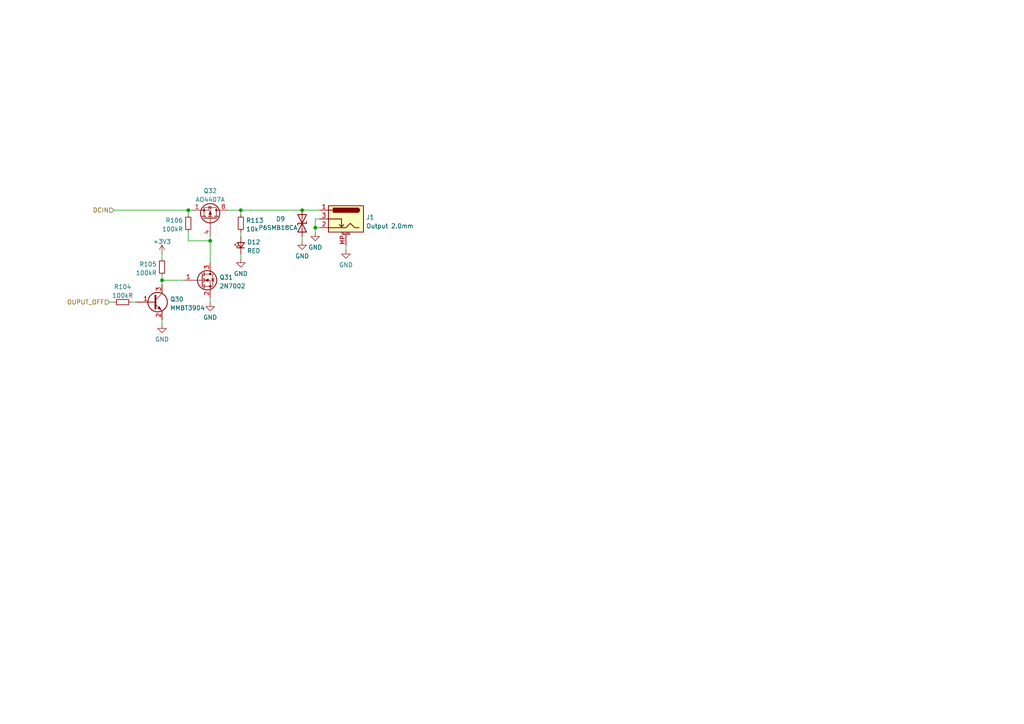
<source format=kicad_sch>
(kicad_sch (version 20211123) (generator eeschema)
  (paper "A4")
  (lib_symbols
    (symbol "Connector:Barrel_Jack_Switch_MountingPin" (pin_names hide)
      (property "Reference" "J" (at 0 5.334 0))
      (property "Value" "Barrel_Jack_Switch_MountingPin" (at 1.27 -6.35 0))
      (symbol "Barrel_Jack_Switch_MountingPin_0_1"
        (rectangle (start -5.08 3.81) (end 5.08 -3.81) (stroke (width 0.254)) (fill (type background)))
        (arc (start -3.302 3.175) (mid -3.937 2.54) (end -3.302 1.905) (stroke (width 0.254)))
        (arc (start -3.302 3.175) (mid -3.937 2.54) (end -3.302 1.905) (stroke (width 0.254)) (fill (type outline)))
        (polyline (pts (xy 1.27 -2.286) (xy 1.905 -1.651)) (stroke (width 0.254)))
        (polyline (pts (xy 5.08 2.54) (xy 3.81 2.54)) (stroke (width 0.254)))
        (polyline (pts (xy 5.08 0) (xy 1.27 0) (xy 1.27 -2.286) (xy 0.635 -1.651)) (stroke (width 0.254)))
        (polyline (pts (xy -3.81 -2.54) (xy -2.54 -2.54) (xy -1.27 -1.27) (xy 0 -2.54) (xy 2.54 -2.54) (xy 5.08 -2.54)) (stroke (width 0.254)))
        (rectangle (start 3.683 3.175) (end -3.302 1.905) (stroke (width 0.254)) (fill (type outline)))
      )
      (symbol "Barrel_Jack_Switch_MountingPin_1_1"
        (polyline (pts (xy -1.016 -4.572) (xy 1.016 -4.572)) (stroke (width 0.1524)))
        (text "Mounting" (at 0 -4.191 0) (effects (font (size 0.381 0.381))))
        (pin passive line (at 7.62 2.54 180) (length 2.54) (name "~") (number "1"))
        (pin passive line (at 7.62 -2.54 180) (length 2.54) (name "~") (number "2"))
        (pin passive line (at 7.62 0 180) (length 2.54) (name "~") (number "3"))
        (pin passive line (at 0 -7.62 90) (length 3.048) (name "MountPin") (number "MP"))
      )
    )
    (symbol "Device:D_TVS" (pin_numbers hide) (pin_names (offset 1.016) hide)
      (property "Reference" "D" (at 0 2.54 0))
      (property "Value" "D_TVS" (at 0 -2.54 0))
      (symbol "D_TVS_0_1"
        (polyline (pts (xy 1.27 0) (xy -1.27 0)))
        (polyline (pts (xy 0.508 1.27) (xy 0 1.27) (xy 0 -1.27) (xy -0.508 -1.27)) (stroke (width 0.254)))
        (polyline (pts (xy -2.54 1.27) (xy -2.54 -1.27) (xy 2.54 1.27) (xy 2.54 -1.27) (xy -2.54 1.27)) (stroke (width 0.254)))
      )
      (symbol "D_TVS_1_1"
        (pin passive line (at -3.81 0 0) (length 2.54) (name "A1") (number "1"))
        (pin passive line (at 3.81 0 180) (length 2.54) (name "A2") (number "2"))
      )
    )
    (symbol "Device:LED_Small" (pin_numbers hide) (pin_names (offset 0.254) hide)
      (property "Reference" "D" (at -1.27 3.175 0))
      (property "Value" "LED_Small" (at -4.445 -2.54 0))
      (symbol "LED_Small_0_1"
        (polyline (pts (xy -0.762 -1.016) (xy -0.762 1.016)) (stroke (width 0.254)))
        (polyline (pts (xy 1.016 0) (xy -0.762 0)))
        (polyline (pts (xy 0.762 -1.016) (xy -0.762 0) (xy 0.762 1.016) (xy 0.762 -1.016)) (stroke (width 0.254)))
        (polyline (pts (xy 0 0.762) (xy -0.508 1.27) (xy -0.254 1.27) (xy -0.508 1.27) (xy -0.508 1.016)))
        (polyline (pts (xy 0.508 1.27) (xy 0 1.778) (xy 0.254 1.778) (xy 0 1.778) (xy 0 1.524)))
      )
      (symbol "LED_Small_1_1"
        (pin passive line (at -2.54 0 0) (length 1.778) (name "K") (number "1"))
        (pin passive line (at 2.54 0 180) (length 1.778) (name "A") (number "2"))
      )
    )
    (symbol "Device:R_Small" (pin_numbers hide) (pin_names (offset 0.254) hide)
      (property "Reference" "R" (at 0.762 0.508 0))
      (property "Value" "R_Small" (at 0.762 -1.016 0))
      (symbol "R_Small_0_1"
        (rectangle (start -0.762 1.778) (end 0.762 -1.778) (stroke (width 0.2032)))
      )
      (symbol "R_Small_1_1"
        (pin passive line (at 0 2.54 270) (length 0.762) (name "~") (number "1"))
        (pin passive line (at 0 -2.54 90) (length 0.762) (name "~") (number "2"))
      )
    )
    (symbol "Transistor_BJT:MMBT3904" (pin_names (offset 0) hide)
      (property "Reference" "Q" (at 5.08 1.905 0))
      (property "Value" "MMBT3904" (at 5.08 0 0))
      (symbol "MMBT3904_0_1"
        (polyline (pts (xy 0.635 0.635) (xy 2.54 2.54)))
        (polyline (pts (xy 0.635 -0.635) (xy 2.54 -2.54) (xy 2.54 -2.54)))
        (polyline (pts (xy 0.635 1.905) (xy 0.635 -1.905) (xy 0.635 -1.905)) (stroke (width 0.508)))
        (polyline (pts (xy 1.27 -1.778) (xy 1.778 -1.27) (xy 2.286 -2.286) (xy 1.27 -1.778) (xy 1.27 -1.778)) (fill (type outline)))
        (circle (center 1.27 0) (radius 2.8194) (stroke (width 0.254)))
      )
      (symbol "MMBT3904_1_1"
        (pin input line (at -5.08 0 0) (length 5.715) (name "B") (number "1"))
        (pin passive line (at 2.54 -5.08 90) (length 2.54) (name "E") (number "2"))
        (pin passive line (at 2.54 5.08 270) (length 2.54) (name "C") (number "3"))
      )
    )
    (symbol "Transistor_FET:2N7002" (pin_names hide)
      (property "Reference" "Q" (at 5.08 1.905 0))
      (property "Value" "2N7002" (at 5.08 0 0))
      (symbol "2N7002_0_1"
        (polyline (pts (xy 0.254 0) (xy -2.54 0)))
        (polyline (pts (xy 0.254 1.905) (xy 0.254 -1.905)) (stroke (width 0.254)))
        (polyline (pts (xy 0.762 -1.27) (xy 0.762 -2.286)) (stroke (width 0.254)))
        (polyline (pts (xy 0.762 0.508) (xy 0.762 -0.508)) (stroke (width 0.254)))
        (polyline (pts (xy 0.762 2.286) (xy 0.762 1.27)) (stroke (width 0.254)))
        (polyline (pts (xy 2.54 2.54) (xy 2.54 1.778)))
        (polyline (pts (xy 2.54 -2.54) (xy 2.54 0) (xy 0.762 0)))
        (polyline (pts (xy 0.762 -1.778) (xy 3.302 -1.778) (xy 3.302 1.778) (xy 0.762 1.778)))
        (polyline (pts (xy 1.016 0) (xy 2.032 0.381) (xy 2.032 -0.381) (xy 1.016 0)) (fill (type outline)))
        (polyline (pts (xy 2.794 0.508) (xy 2.921 0.381) (xy 3.683 0.381) (xy 3.81 0.254)))
        (polyline (pts (xy 3.302 0.381) (xy 2.921 -0.254) (xy 3.683 -0.254) (xy 3.302 0.381)))
        (circle (center 1.651 0) (radius 2.794) (stroke (width 0.254)))
        (circle (center 2.54 -1.778) (radius 0.254) (fill (type outline)))
        (circle (center 2.54 1.778) (radius 0.254) (fill (type outline)))
      )
      (symbol "2N7002_1_1"
        (pin input line (at -5.08 0 0) (length 2.54) (name "G") (number "1"))
        (pin passive line (at 2.54 -5.08 90) (length 2.54) (name "S") (number "2"))
        (pin passive line (at 2.54 5.08 270) (length 2.54) (name "D") (number "3"))
      )
    )
    (symbol "Transistor_FET:FDS9435A" (pin_names hide)
      (property "Reference" "Q" (at 5.08 1.905 0))
      (property "Value" "FDS9435A" (at 5.08 0 0))
      (symbol "FDS9435A_0_1"
        (polyline (pts (xy 0.254 0) (xy -2.54 0)))
        (polyline (pts (xy 0.254 1.905) (xy 0.254 -1.905)) (stroke (width 0.254)))
        (polyline (pts (xy 0.762 -1.27) (xy 0.762 -2.286)) (stroke (width 0.254)))
        (polyline (pts (xy 0.762 0.508) (xy 0.762 -0.508)) (stroke (width 0.254)))
        (polyline (pts (xy 0.762 2.286) (xy 0.762 1.27)) (stroke (width 0.254)))
        (polyline (pts (xy 2.54 2.54) (xy 2.54 1.778)))
        (polyline (pts (xy 2.54 -2.54) (xy 2.54 0) (xy 0.762 0)))
        (polyline (pts (xy 0.762 1.778) (xy 3.302 1.778) (xy 3.302 -1.778) (xy 0.762 -1.778)))
        (polyline (pts (xy 2.286 0) (xy 1.27 0.381) (xy 1.27 -0.381) (xy 2.286 0)) (fill (type outline)))
        (polyline (pts (xy 2.794 -0.508) (xy 2.921 -0.381) (xy 3.683 -0.381) (xy 3.81 -0.254)))
        (polyline (pts (xy 3.302 -0.381) (xy 2.921 0.254) (xy 3.683 0.254) (xy 3.302 -0.381)))
        (circle (center 1.651 0) (radius 2.794) (stroke (width 0.254)))
        (circle (center 2.54 -1.778) (radius 0.254) (fill (type outline)))
        (circle (center 2.54 1.778) (radius 0.254) (fill (type outline)))
      )
      (symbol "FDS9435A_1_1"
        (pin passive line (at 2.54 -5.08 90) (length 2.54) (name "S") (number "1"))
        (pin passive line (at 2.54 -5.08 90) (length 2.54) hide (name "S") (number "2"))
        (pin passive line (at 2.54 -5.08 90) (length 2.54) hide (name "S") (number "3"))
        (pin passive line (at -5.08 0 0) (length 2.54) (name "G") (number "4"))
        (pin passive line (at 2.54 5.08 270) (length 2.54) hide (name "D") (number "5"))
        (pin passive line (at 2.54 5.08 270) (length 2.54) hide (name "D") (number "6"))
        (pin passive line (at 2.54 5.08 270) (length 2.54) hide (name "D") (number "7"))
        (pin passive line (at 2.54 5.08 270) (length 2.54) (name "D") (number "8"))
      )
    )
    (symbol "power:+3V3" (power) (pin_names (offset 0))
      (property "Value" "+3V3" (at 0 3.556 0))
      (symbol "+3V3_0_1"
        (polyline (pts (xy -0.762 1.27) (xy 0 2.54)))
        (polyline (pts (xy 0 0) (xy 0 2.54)))
        (polyline (pts (xy 0 2.54) (xy 0.762 1.27)))
      )
      (symbol "+3V3_1_1"
        (pin power_in line (at 0 0 90) (length 0) hide (name "+3V3") (number "1"))
      )
    )
    (symbol "power:GND" (power) (pin_names (offset 0))
      (property "Value" "GND" (at 0 -3.81 0))
      (symbol "GND_0_1"
        (polyline (pts (xy 0 0) (xy 0 -1.27) (xy 1.27 -1.27) (xy 0 -2.54) (xy -1.27 -1.27) (xy 0 -1.27)))
      )
      (symbol "GND_1_1"
        (pin power_in line (at 0 0 270) (length 0) hide (name "GND") (number "1"))
      )
    )
  )
  (junction (at 60.96 69.85))
  (junction (at 46.99 81.28))
  (junction (at 91.44 66.04))
  (junction (at 54.61 60.96))
  (junction (at 69.85 60.96))
  (junction (at 87.63 60.96))
  (wire (pts (xy 54.61 60.96) (xy 54.61 62.23)))
  (wire (pts (xy 55.88 60.96) (xy 54.61 60.96)))
  (wire (pts (xy 46.99 81.28) (xy 53.34 81.28)))
  (wire (pts (xy 69.85 67.31) (xy 69.85 68.58)))
  (wire (pts (xy 33.02 60.96) (xy 54.61 60.96)))
  (wire (pts (xy 46.99 81.28) (xy 46.99 82.55)))
  (wire (pts (xy 54.61 69.85) (xy 54.61 67.31)))
  (wire (pts (xy 100.33 71.12) (xy 100.33 72.39)))
  (wire (pts (xy 46.99 80.01) (xy 46.99 81.28)))
  (wire (pts (xy 91.44 67.31) (xy 91.44 66.04)))
  (wire (pts (xy 87.63 60.96) (xy 92.71 60.96)))
  (wire (pts (xy 87.63 68.58) (xy 87.63 69.85)))
  (wire (pts (xy 66.04 60.96) (xy 69.85 60.96)))
  (wire (pts (xy 46.99 92.71) (xy 46.99 93.98)))
  (wire (pts (xy 60.96 69.85) (xy 60.96 76.2)))
  (wire (pts (xy 69.85 60.96) (xy 69.85 62.23)))
  (wire (pts (xy 60.96 69.85) (xy 54.61 69.85)))
  (wire (pts (xy 91.44 66.04) (xy 92.71 66.04)))
  (wire (pts (xy 91.44 66.04) (xy 91.44 63.5)))
  (wire (pts (xy 38.1 87.63) (xy 39.37 87.63)))
  (wire (pts (xy 69.85 73.66) (xy 69.85 74.93)))
  (wire (pts (xy 60.96 68.58) (xy 60.96 69.85)))
  (wire (pts (xy 60.96 86.36) (xy 60.96 87.63)))
  (wire (pts (xy 69.85 60.96) (xy 87.63 60.96)))
  (wire (pts (xy 91.44 63.5) (xy 92.71 63.5)))
  (wire (pts (xy 31.75 87.63) (xy 33.02 87.63)))
  (wire (pts (xy 46.99 73.66) (xy 46.99 74.93)))
  (hierarchical_label "DCIN" (shape input) (at 33.02 60.96 180))
  (hierarchical_label "OUPUT_OFF" (shape input) (at 31.75 87.63 180))
  (symbol (lib_id "Transistor_FET:2N7002") (at 58.42 81.28 0) (unit 1)
    (property "Reference" "Q31" (at 63.627 80.4453 0) (effects (justify left)))
    (property "Value" "2N7002" (at 63.627 82.9822 0) (effects (justify left)))
    (property "Footprint" "Package_TO_SOT_SMD:SOT-23" (effects hide))
    (property "Datasheet" "https://www.onsemi.com/pub/Collateral/NDS7002A-D.PDF" (effects hide))
    (property "LCSC" "C8545" (effects hide))
  )
  (symbol (lib_id "Device:R_Small") (at 69.85 64.77 0) (unit 1)
    (property "Reference" "R113" (at 71.3486 63.9353 0) (effects (justify left)))
    (property "Value" "10k" (at 71.3486 66.4722 0) (effects (justify left)))
    (property "Footprint" "Resistor_SMD:R_0402_1005Metric" (effects hide))
    (property "LCSC" "C25744" (effects hide))
  )
  (symbol (lib_id "Device:D_TVS") (at 87.63 64.77 90) (mirror x) (unit 1)
    (property "Reference" "D9" (at 80.01 63.5 90) (effects (justify right)))
    (property "Value" "P6SMB18CA" (at 74.93 66.04 90) (effects (justify right)))
    (property "Footprint" "Diode_SMD:D_SMB" (effects hide))
    (property "LCSC" "C384916" (effects hide))
  )
  (symbol (lib_id "Transistor_BJT:MMBT3904") (at 44.45 87.63 0) (unit 1)
    (property "Reference" "Q30" (at 49.3014 86.7953 0) (effects (justify left)))
    (property "Value" "MMBT3904" (at 49.3014 89.3322 0) (effects (justify left)))
    (property "Footprint" "Package_TO_SOT_SMD:SOT-23" (effects hide))
    (property "Datasheet" "https://www.onsemi.com/pub/Collateral/2N3903-D.PDF" (effects hide))
    (property "LCSC" "C20526" (effects hide))
  )
  (symbol (lib_id "power:GND") (at 91.44 67.31 0) (unit 1)
    (property "Reference" "#PWR0161" (effects hide))
    (property "Value" "GND" (at 91.44 71.7534 0))
  )
  (symbol (lib_id "power:+3V3") (at 46.99 73.66 0) (unit 1)
    (property "Reference" "#PWR0152" (effects hide))
    (property "Value" "+3V3" (at 46.99 70.0842 0))
  )
  (symbol (lib_id "power:GND") (at 46.99 93.98 0) (unit 1)
    (property "Reference" "#PWR0158" (effects hide))
    (property "Value" "GND" (at 46.99 98.4234 0))
  )
  (symbol (lib_id "power:GND") (at 87.63 69.85 0) (unit 1)
    (property "Reference" "#PWR0162" (effects hide))
    (property "Value" "GND" (at 87.63 74.2934 0))
  )
  (symbol (lib_id "Device:R_Small") (at 46.99 77.47 0) (mirror x) (unit 1)
    (property "Reference" "R105" (at 45.4915 76.6353 0) (effects (justify right)))
    (property "Value" "100kR" (at 45.4915 79.1722 0) (effects (justify right)))
    (property "Footprint" "Resistor_SMD:R_0402_1005Metric" (effects hide))
    (property "LCSC" "C25741" (effects hide))
  )
  (symbol (lib_id "Device:R_Small") (at 35.56 87.63 90) (mirror x) (unit 1)
    (property "Reference" "R104" (at 35.56 83.1936 90))
    (property "Value" "100kR" (at 35.56 85.7305 90))
    (property "Footprint" "Resistor_SMD:R_0402_1005Metric" (effects hide))
    (property "LCSC" "C25741" (effects hide))
  )
  (symbol (lib_id "Device:R_Small") (at 54.61 64.77 0) (mirror x) (unit 1)
    (property "Reference" "R106" (at 53.1115 63.9353 0) (effects (justify right)))
    (property "Value" "100kR" (at 53.1115 66.4722 0) (effects (justify right)))
    (property "Footprint" "Resistor_SMD:R_0402_1005Metric" (effects hide))
    (property "LCSC" "C25741" (effects hide))
  )
  (symbol (lib_id "Device:LED_Small") (at 69.85 71.12 90) (unit 1)
    (property "Reference" "D12" (at 71.628 70.2218 90) (effects (justify right)))
    (property "Value" "RED" (at 71.628 72.7587 90) (effects (justify right)))
    (property "Footprint" "LED_Indicator:LED_Indicator_RED_MHK1373CRBDT" (effects hide))
    (property "LCSC" "C417352" (effects hide))
  )
  (symbol (lib_id "Transistor_FET:FDS9435A") (at 60.96 63.5 270) (mirror x) (unit 1)
    (property "Reference" "Q32" (at 60.96 55.3552 90))
    (property "Value" "AO4407A" (at 60.96 57.8921 90))
    (property "Footprint" "Package_SO:SOIC-8_3.9x4.9mm_P1.27mm" (effects hide))
    (property "Datasheet" "https://datasheet.lcsc.com/szlcsc/Alpha-Omega-Semicon-AOS-AO4407A_C35349.pdf" (effects hide))
    (property "LCSC" "C35349" (effects hide))
  )
  (symbol (lib_id "power:GND") (at 100.33 72.39 0) (unit 1)
    (property "Reference" "#PWR0160" (effects hide))
    (property "Value" "GND" (at 100.33 76.8334 0))
  )
  (symbol (lib_id "Connector:Barrel_Jack_Switch_MountingPin") (at 100.33 63.5 0) (mirror y) (unit 1)
    (property "Reference" "J1" (at 106.172 63.0209 0) (effects (justify right)))
    (property "Value" "Output 2.0mm" (at 106.172 65.5578 0) (effects (justify right)))
    (property "Footprint" "Connector_BarrelJack_LCSC:BarrelJack_2.0mm_DC-044B" (effects hide))
    (property "LCSC" "C397334" (effects hide))
  )
  (symbol (lib_id "power:GND") (at 69.85 74.93 0) (unit 1)
    (property "Reference" "#PWR0281" (effects hide))
    (property "Value" "GND" (at 69.85 79.3734 0))
  )
  (symbol (lib_id "power:GND") (at 60.96 87.63 0) (unit 1)
    (property "Reference" "#PWR0159" (effects hide))
    (property "Value" "GND" (at 60.96 92.0734 0))
  )
)
</source>
